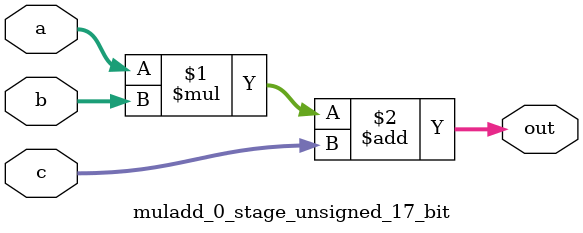
<source format=sv>
(* use_dsp = "yes" *) module muladd_0_stage_unsigned_17_bit(
	input  [16:0] a,
	input  [16:0] b,
	input  [16:0] c,
	output [16:0] out
	);

	assign out = (a * b) + c;
endmodule

</source>
